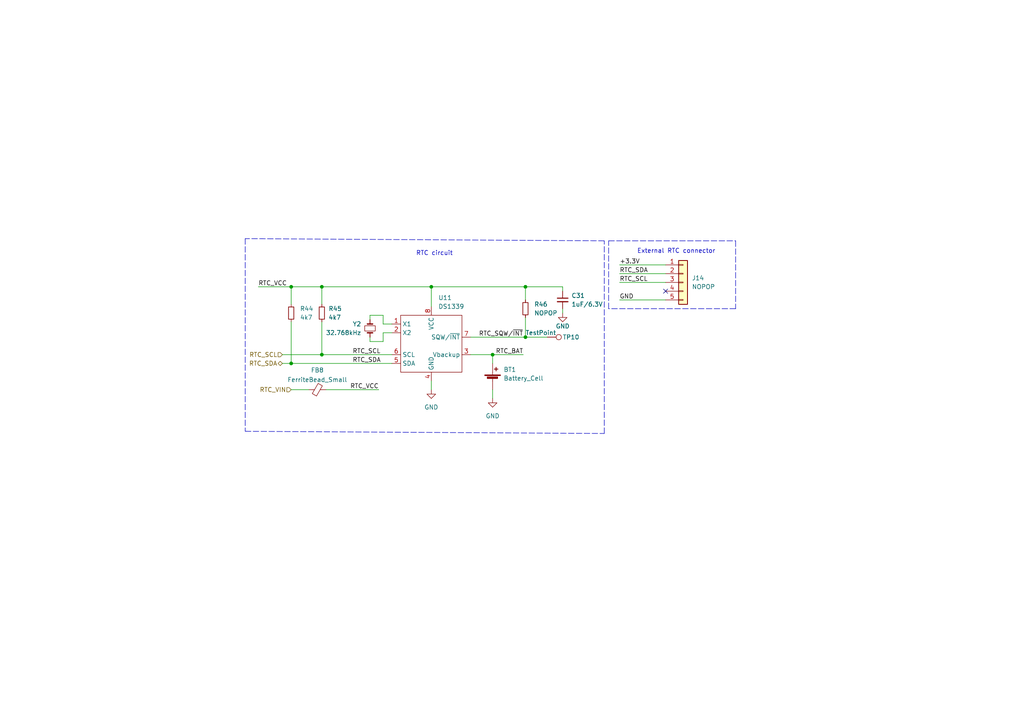
<source format=kicad_sch>
(kicad_sch (version 20211123) (generator eeschema)
  (paper "A4")
  (lib_symbols
    (symbol "Connector:TestPoint" (pin_numbers hide) (pin_names (offset 0.762) hide)
      (property "Reference" "TP" (at 0 6.858 0))
      (property "Value" "TestPoint" (at 0 5.08 0))
      (symbol "TestPoint_0_1"
        (circle (center 0 3.302) (radius 0.762))
      )
      (symbol "TestPoint_1_1"
        (pin passive line (at 0 0 90) (length 2.54) (name "1") (number "1"))
      )
    )
    (symbol "Connector_Generic:Conn_01x05" (pin_names (offset 1.016) hide)
      (property "Reference" "J" (at 0 7.62 0))
      (property "Value" "Conn_01x05" (at 0 -7.62 0))
      (symbol "Conn_01x05_1_1"
        (rectangle (start -1.27 -4.953) (end 0 -5.207) (stroke (width 0.1524)))
        (rectangle (start -1.27 -2.413) (end 0 -2.667) (stroke (width 0.1524)))
        (rectangle (start -1.27 0.127) (end 0 -0.127) (stroke (width 0.1524)))
        (rectangle (start -1.27 2.667) (end 0 2.413) (stroke (width 0.1524)))
        (rectangle (start -1.27 5.207) (end 0 4.953) (stroke (width 0.1524)))
        (rectangle (start -1.27 6.35) (end 1.27 -6.35) (stroke (width 0.254)) (fill (type background)))
        (pin passive line (at -5.08 5.08 0) (length 3.81) (name "Pin_1") (number "1"))
        (pin passive line (at -5.08 2.54 0) (length 3.81) (name "Pin_2") (number "2"))
        (pin passive line (at -5.08 0 0) (length 3.81) (name "Pin_3") (number "3"))
        (pin passive line (at -5.08 -2.54 0) (length 3.81) (name "Pin_4") (number "4"))
        (pin passive line (at -5.08 -5.08 0) (length 3.81) (name "Pin_5") (number "5"))
      )
    )
    (symbol "Device:Crystal_Small" (pin_numbers hide) (pin_names (offset 1.016) hide)
      (property "Reference" "Y" (at 0 2.54 0))
      (property "Value" "Crystal_Small" (at 0 -2.54 0))
      (symbol "Crystal_Small_0_1"
        (rectangle (start -0.762 -1.524) (end 0.762 1.524))
        (polyline (pts (xy -1.27 -0.762) (xy -1.27 0.762)) (stroke (width 0.381)))
        (polyline (pts (xy 1.27 -0.762) (xy 1.27 0.762)) (stroke (width 0.381)))
      )
      (symbol "Crystal_Small_1_1"
        (pin passive line (at -2.54 0 0) (length 1.27) (name "1") (number "1"))
        (pin passive line (at 2.54 0 180) (length 1.27) (name "2") (number "2"))
      )
    )
    (symbol "Device:FerriteBead_Small" (pin_numbers hide) (pin_names (offset 0))
      (property "Reference" "FB" (at 1.905 1.27 0))
      (property "Value" "FerriteBead_Small" (at 1.905 -1.27 0))
      (symbol "FerriteBead_Small_0_1"
        (polyline (pts (xy 0 -1.27) (xy 0 -0.7874)))
        (polyline (pts (xy 0 0.889) (xy 0 1.2954)))
        (polyline (pts (xy -1.8288 0.2794) (xy -1.1176 1.4986) (xy 1.8288 -0.2032) (xy 1.1176 -1.4224) (xy -1.8288 0.2794)))
      )
      (symbol "FerriteBead_Small_1_1"
        (pin passive line (at 0 2.54 270) (length 1.27) (name "~") (number "1"))
        (pin passive line (at 0 -2.54 90) (length 1.27) (name "~") (number "2"))
      )
    )
    (symbol "device:Battery_Cell" (pin_numbers hide) (pin_names (offset 0) hide)
      (property "Reference" "BT" (at 2.54 2.54 0))
      (property "Value" "Battery_Cell" (at 2.54 0 0))
      (symbol "Battery_Cell_0_1"
        (rectangle (start -2.286 1.778) (end 2.286 1.524) (fill (type outline)))
        (rectangle (start -1.5748 1.1938) (end 1.4732 0.6858) (fill (type outline)))
        (polyline (pts (xy 0 0.762) (xy 0 0)))
        (polyline (pts (xy 0 1.778) (xy 0 2.54)))
        (polyline (pts (xy 0.508 3.429) (xy 1.524 3.429)) (stroke (width 0.254)))
        (polyline (pts (xy 1.016 3.937) (xy 1.016 2.921)) (stroke (width 0.254)))
      )
      (symbol "Battery_Cell_1_1"
        (pin passive line (at 0 5.08 270) (length 2.54) (name "+") (number "1"))
        (pin passive line (at 0 -2.54 90) (length 2.54) (name "-") (number "2"))
      )
    )
    (symbol "device:C_Small" (pin_numbers hide) (pin_names (offset 0.254) hide)
      (property "Reference" "C" (at 0.254 1.778 0))
      (property "Value" "C_Small" (at 0.254 -2.032 0))
      (symbol "C_Small_0_1"
        (polyline (pts (xy -1.524 -0.508) (xy 1.524 -0.508)) (stroke (width 0.3302)))
        (polyline (pts (xy -1.524 0.508) (xy 1.524 0.508)) (stroke (width 0.3048)))
      )
      (symbol "C_Small_1_1"
        (pin passive line (at 0 2.54 270) (length 2.032) (name "~") (number "1"))
        (pin passive line (at 0 -2.54 90) (length 2.032) (name "~") (number "2"))
      )
    )
    (symbol "device:R_Small" (pin_numbers hide) (pin_names (offset 0.254) hide)
      (property "Reference" "R" (at 0.762 0.508 0))
      (property "Value" "R_Small" (at 0.762 -1.016 0))
      (symbol "R_Small_0_1"
        (rectangle (start -0.762 1.778) (end 0.762 -1.778) (stroke (width 0.2032)))
      )
      (symbol "R_Small_1_1"
        (pin passive line (at 0 2.54 270) (length 0.762) (name "~") (number "1"))
        (pin passive line (at 0 -2.54 90) (length 0.762) (name "~") (number "2"))
      )
    )
    (symbol "gabriel:DS1339"
      (property "Reference" "U" (at 5.08 3.81 0))
      (property "Value" "DS1339" (at 5.08 1.27 0))
      (symbol "DS1339_0_1"
        (rectangle (start -8.89 0) (end 8.89 -16.51))
      )
      (symbol "DS1339_1_1"
        (pin bidirectional line (at -11.43 -2.54 0) (length 2.54) (name "X1") (number "1"))
        (pin bidirectional line (at -11.43 -5.08 0) (length 2.54) (name "X2") (number "2"))
        (pin power_in line (at 11.43 -11.43 180) (length 2.54) (name "Vbackup") (number "3"))
        (pin passive line (at 0 -19.05 90) (length 2.54) (name "GND") (number "4"))
        (pin bidirectional line (at -11.43 -13.97 0) (length 2.54) (name "SDA") (number "5"))
        (pin input line (at -11.43 -11.43 0) (length 2.54) (name "SCL") (number "6"))
        (pin output line (at 11.43 -6.35 180) (length 2.54) (name "SQW/~{INT}") (number "7"))
        (pin power_in line (at 0 2.54 270) (length 2.54) (name "VCC") (number "8"))
      )
    )
    (symbol "power:GND" (power) (pin_names (offset 0))
      (property "Value" "GND" (at 0 -3.81 0))
      (symbol "GND_0_1"
        (polyline (pts (xy 0 0) (xy 0 -1.27) (xy 1.27 -1.27) (xy 0 -2.54) (xy -1.27 -1.27) (xy 0 -1.27)))
      )
      (symbol "GND_1_1"
        (pin power_in line (at 0 0 270) (length 0) hide (name "GND") (number "1"))
      )
    )
  )
  (junction (at 93.345 83.185))
  (junction (at 125.095 83.185))
  (junction (at 152.4 97.79))
  (junction (at 152.4 83.185))
  (junction (at 93.345 102.87))
  (junction (at 84.455 105.41))
  (junction (at 142.875 102.87))
  (junction (at 84.455 83.185))
  (no_connect (at 193.04 84.455))
  (polyline (pts (xy 213.36 89.535) (xy 176.53 89.535)))
  (wire (pts (xy 81.915 102.87) (xy 93.345 102.87)))
  (wire (pts (xy 107.315 91.44) (xy 107.315 92.71)))
  (wire (pts (xy 163.195 83.185) (xy 163.195 84.455)))
  (polyline (pts (xy 175.26 125.73) (xy 175.26 69.85)))
  (wire (pts (xy 179.705 76.835) (xy 193.04 76.835)))
  (wire (pts (xy 142.875 102.87) (xy 142.875 105.41)))
  (polyline (pts (xy 213.36 69.85) (xy 213.36 89.535)))
  (wire (pts (xy 111.125 96.52) (xy 113.665 96.52)))
  (wire (pts (xy 81.915 105.41) (xy 84.455 105.41)))
  (wire (pts (xy 93.345 83.185) (xy 125.095 83.185)))
  (wire (pts (xy 84.455 83.185) (xy 93.345 83.185)))
  (wire (pts (xy 93.345 102.87) (xy 93.345 93.345)))
  (wire (pts (xy 152.4 83.185) (xy 152.4 86.995)))
  (wire (pts (xy 93.345 83.185) (xy 93.345 88.265)))
  (wire (pts (xy 142.875 113.03) (xy 142.875 115.57)))
  (wire (pts (xy 163.195 89.535) (xy 163.195 90.805)))
  (wire (pts (xy 136.525 97.79) (xy 152.4 97.79)))
  (wire (pts (xy 84.455 105.41) (xy 113.665 105.41)))
  (polyline (pts (xy 176.53 89.535) (xy 176.53 69.85)))
  (wire (pts (xy 125.095 88.9) (xy 125.095 83.185)))
  (wire (pts (xy 107.315 99.06) (xy 107.315 97.79)))
  (polyline (pts (xy 71.12 69.215) (xy 71.12 125.095)))
  (wire (pts (xy 179.705 79.375) (xy 193.04 79.375)))
  (wire (pts (xy 179.705 86.995) (xy 193.04 86.995)))
  (polyline (pts (xy 176.53 69.85) (xy 213.36 69.85)))
  (wire (pts (xy 94.615 113.03) (xy 109.855 113.03)))
  (wire (pts (xy 111.125 91.44) (xy 107.315 91.44)))
  (polyline (pts (xy 71.12 125.095) (xy 175.26 125.73)))
  (wire (pts (xy 163.195 83.185) (xy 152.4 83.185)))
  (wire (pts (xy 125.095 83.185) (xy 152.4 83.185)))
  (wire (pts (xy 111.125 93.98) (xy 113.665 93.98)))
  (wire (pts (xy 125.095 110.49) (xy 125.095 113.03)))
  (wire (pts (xy 93.345 102.87) (xy 113.665 102.87)))
  (wire (pts (xy 111.125 99.06) (xy 107.315 99.06)))
  (wire (pts (xy 84.455 93.345) (xy 84.455 105.41)))
  (wire (pts (xy 179.705 81.915) (xy 193.04 81.915)))
  (polyline (pts (xy 175.26 69.85) (xy 71.12 69.215)))
  (wire (pts (xy 111.125 93.98) (xy 111.125 91.44)))
  (wire (pts (xy 142.875 102.87) (xy 151.765 102.87)))
  (wire (pts (xy 84.455 83.185) (xy 84.455 88.265)))
  (wire (pts (xy 111.125 96.52) (xy 111.125 99.06)))
  (wire (pts (xy 136.525 102.87) (xy 142.875 102.87)))
  (wire (pts (xy 152.4 92.075) (xy 152.4 97.79)))
  (wire (pts (xy 84.455 113.03) (xy 89.535 113.03)))
  (wire (pts (xy 74.93 83.185) (xy 84.455 83.185)))
  (wire (pts (xy 152.4 97.79) (xy 158.75 97.79)))
  (text "RTC circuit" (at 120.65 74.295 0) (effects (font (size 1.27 1.27)) (justify left bottom)))
  (text "External RTC connector" (at 184.785 73.66 0) (effects (font (size 1.27 1.27)) (justify left bottom)))
  (label "RTC_SDA" (at 179.705 79.375 0))
  (label "RTC_SCL" (at 102.235 102.87 0))
  (label "RTC_SDA" (at 102.235 105.41 0))
  (label "RTC_VCC" (at 74.93 83.185 0))
  (label "GND" (at 179.705 86.995 0))
  (label "RTC_SQW{slash}~{INT}" (at 151.765 97.79 180))
  (label "RTC_VCC" (at 109.855 113.03 180))
  (label "RTC_BAT" (at 151.765 102.87 180))
  (label "+3.3V" (at 179.705 76.835 0))
  (label "RTC_SCL" (at 179.705 81.915 0))
  (hierarchical_label "RTC_SCL" (shape input) (at 81.915 102.87 180))
  (hierarchical_label "RTC_SDA" (shape bidirectional) (at 81.915 105.41 180))
  (hierarchical_label "RTC_VIN" (shape input) (at 84.455 113.03 180))
  (symbol (lib_id "Device:FerriteBead_Small") (at 92.075 113.03 90) (unit 1)
    (property "Reference" "FB8" (at 92.0369 107.3617 90))
    (property "Value" "FerriteBead_Small" (at 92.0369 110.1368 90))
    (property "Footprint" "Inductor_SMD:L_0402_1005Metric" (effects hide))
    (property "Datasheet" "https://datasheet.lcsc.com/lcsc/1810311724_TDK-MPZ1005S100CT000_C275476.pdf" (effects hide))
    (property "LCSC Part" "C275476" (effects hide))
  )
  (symbol (lib_id "device:R_Small") (at 84.455 90.805 0) (unit 1)
    (property "Reference" "R44" (at 86.995 89.5349 0) (effects (justify left)))
    (property "Value" "4k7" (at 86.995 92.0749 0) (effects (justify left)))
    (property "Footprint" "Resistor_SMD:R_0402_1005Metric" (effects hide))
  )
  (symbol (lib_id "power:GND") (at 125.095 113.03 0) (unit 1)
    (property "Reference" "#PWR045" (effects hide))
    (property "Value" "GND" (at 125.095 118.11 0))
  )
  (symbol (lib_id "Device:Crystal_Small") (at 107.315 95.25 270) (mirror x) (unit 1)
    (property "Reference" "Y2" (at 104.775 93.9799 90) (effects (justify right)))
    (property "Value" "32.768kHz" (at 104.775 96.5199 90) (effects (justify right)))
    (property "Footprint" "Crystal:Crystal_SMD_3215-2Pin_3.2x1.5mm" (effects hide))
  )
  (symbol (lib_id "device:Battery_Cell") (at 142.875 110.49 0) (unit 1)
    (property "Reference" "BT1" (at 146.05 107.1879 0) (effects (justify left)))
    (property "Value" "Battery_Cell" (at 146.05 109.7279 0) (effects (justify left)))
    (property "Footprint" "Gabriel:CR2032-BS-6-1" (effects hide))
    (property "Datasheet" "https://datasheet.lcsc.com/lcsc/1811061923_Q-J-CR2032-BS-6-1_C70377.pdf" (effects hide))
    (property "Mfr. Part #" " CR2032-BS-6-1" (effects hide))
    (property "LCSC Part #" " C70377" (effects hide))
  )
  (symbol (lib_id "power:GND") (at 142.875 115.57 0) (unit 1)
    (property "Reference" "#PWR046" (effects hide))
    (property "Value" "GND" (at 142.875 120.65 0))
  )
  (symbol (lib_id "Connector_Generic:Conn_01x05") (at 198.12 81.915 0) (unit 1)
    (property "Reference" "J14" (at 200.66 80.6449 0) (effects (justify left)))
    (property "Value" "NOPOP" (at 200.66 83.1849 0) (effects (justify left)))
    (property "Footprint" "Connector_PinHeader_2.54mm:PinHeader_1x05_P2.54mm_Vertical" (effects hide))
  )
  (symbol (lib_id "Connector:TestPoint") (at 158.75 97.79 270) (unit 1)
    (property "Reference" "TP10" (at 163.195 97.79 90) (effects (justify left)))
    (property "Value" "TestPoint" (at 152.4 96.52 90) (effects (justify left)))
    (property "Footprint" "TestPoint:TestPoint_Pad_D1.0mm" (effects hide))
  )
  (symbol (lib_id "device:R_Small") (at 152.4 89.535 0) (unit 1)
    (property "Reference" "R46" (at 154.94 88.2649 0) (effects (justify left)))
    (property "Value" "NOPOP" (at 154.94 90.8049 0) (effects (justify left)))
    (property "Footprint" "Resistor_SMD:R_0402_1005Metric" (effects hide))
  )
  (symbol (lib_id "device:R_Small") (at 93.345 90.805 0) (unit 1)
    (property "Reference" "R45" (at 95.25 89.5349 0) (effects (justify left)))
    (property "Value" "4k7" (at 95.25 92.0749 0) (effects (justify left)))
    (property "Footprint" "Resistor_SMD:R_0402_1005Metric" (effects hide))
  )
  (symbol (lib_id "gabriel:DS1339") (at 125.095 91.44 0) (unit 1)
    (property "Reference" "U11" (at 127.1144 86.36 0) (effects (justify left)))
    (property "Value" "DS1339" (at 127.1144 88.9 0) (effects (justify left)))
    (property "Footprint" "Package_SO:MSOP-8_3x3mm_P0.65mm" (effects hide))
  )
  (symbol (lib_id "device:C_Small") (at 163.195 86.995 0) (unit 1)
    (property "Reference" "C31" (at 165.735 85.7312 0) (effects (justify left)))
    (property "Value" "1uF/6.3V" (at 165.735 88.2712 0) (effects (justify left)))
    (property "Footprint" "Capacitor_SMD:C_0402_1005Metric" (effects hide))
  )
  (symbol (lib_id "power:GND") (at 163.195 90.805 0) (unit 1)
    (property "Reference" "#PWR047" (effects hide))
    (property "Value" "GND" (at 163.195 94.615 0))
  )
)
</source>
